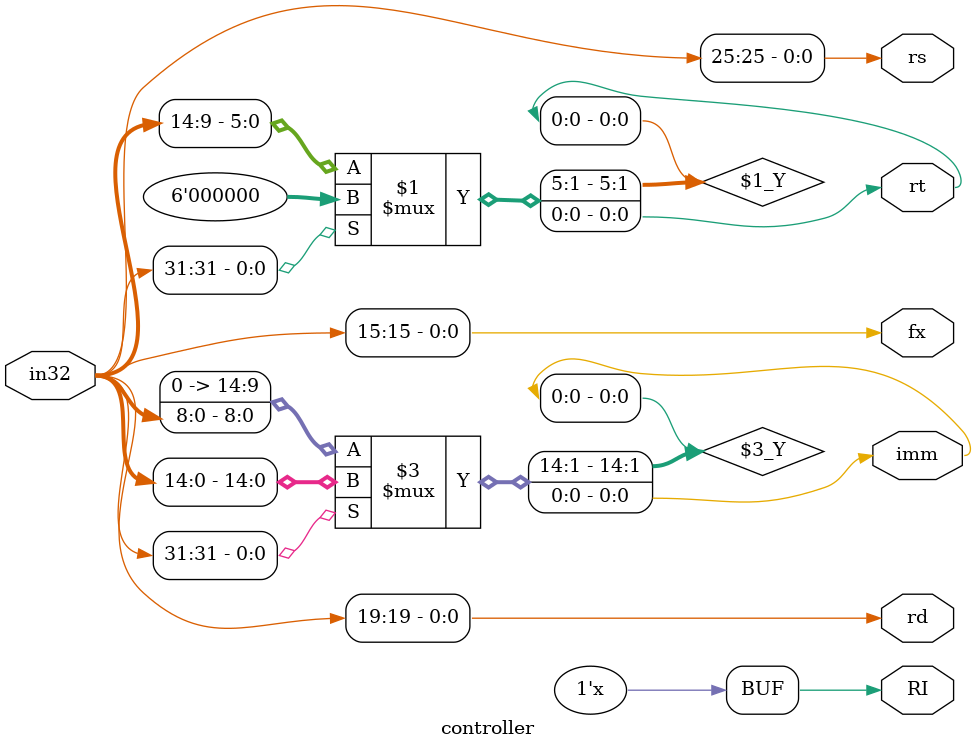
<source format=sv>
`timescale 1ns / 1ps

parameter WIDTH = 32;
module controller(
    input [WIDTH-1:0]in32,
    output RI,
    output rs,
    output rd,
    output fx,
    output rt,
    output imm
    );

    assign RI = in32[WIDTH];
    assign rs = in32[30:25];
    assign rd = in32[24:19];
    assign fx = in32[18:15];
    assign rt = (in32[WIDTH-1]) ? 6'b000000 : in32[14:9] ;
    assign imm = (in32[WIDTH-1]) ? in32[14:0] : in32[8:0] ;    
    
endmodule

</source>
